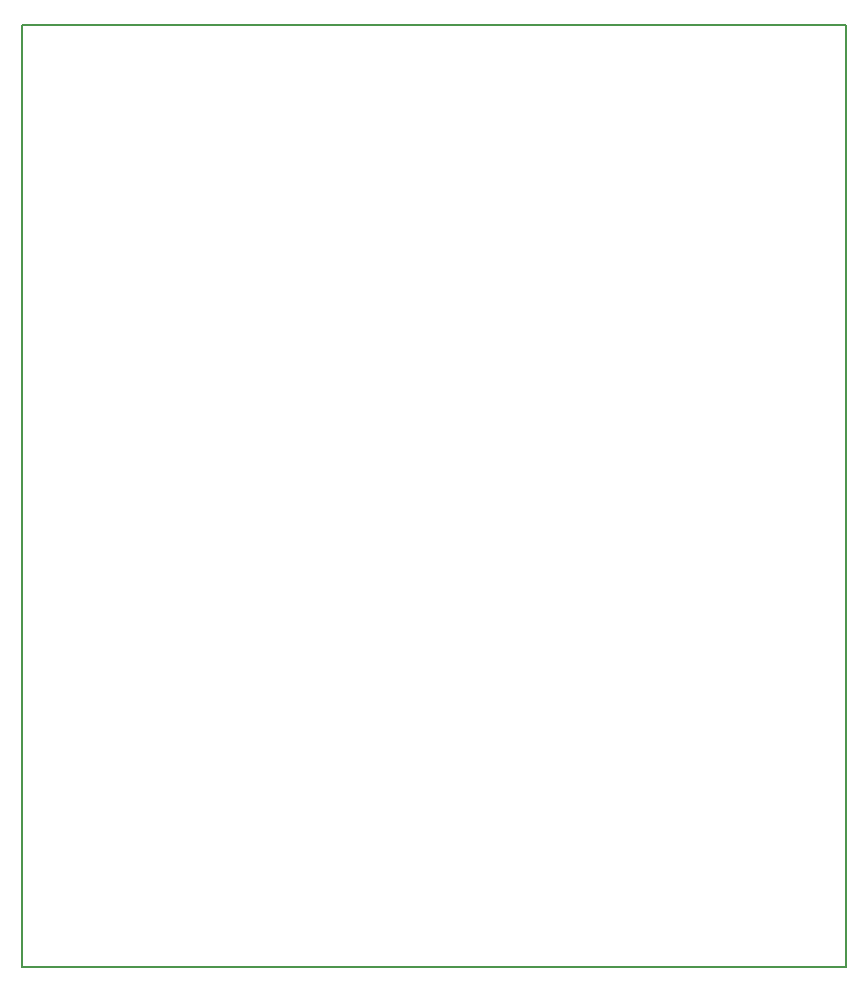
<source format=gm1>
G04 MADE WITH FRITZING*
G04 WWW.FRITZING.ORG*
G04 SINGLE SIDED*
G04 HOLES NOT PLATED*
G04 CONTOUR ON CENTER OF CONTOUR VECTOR*
%FSLAX26Y26*%
%MOIN*%
%ADD10R,2.755910X3.149610*%
%ADD11C,0.008000*%
%ADD10C,0.008*%
%G04CONTOUR*%
%FSLAX26Y26*%
%MOIN*%
D10*
D11*
X4000Y3145610D02*
X2751910Y3145610D01*
X2751910Y4000D01*
X4000Y4000D01*
X4000Y3145610D01*
D02*
G04 End of contour*
M02*
</source>
